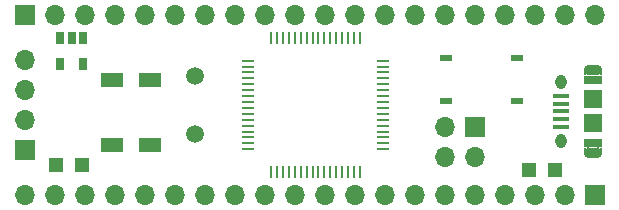
<source format=gts>
G04 #@! TF.FileFunction,Soldermask,Top*
%FSLAX46Y46*%
G04 Gerber Fmt 4.6, Leading zero omitted, Abs format (unit mm)*
G04 Created by KiCad (PCBNEW 4.0.6) date 10/14/17 17:52:06*
%MOMM*%
%LPD*%
G01*
G04 APERTURE LIST*
%ADD10C,0.150000*%
%ADD11R,1.700000X1.700000*%
%ADD12O,1.700000X1.700000*%
%ADD13R,1.000000X0.250000*%
%ADD14R,0.250000X1.000000*%
%ADD15R,1.350000X0.400000*%
%ADD16O,0.950000X1.250000*%
%ADD17O,1.550000X0.900000*%
%ADD18R,1.550000X0.750000*%
%ADD19R,0.200000X0.450000*%
%ADD20R,0.250000X0.200000*%
%ADD21R,1.550000X1.500000*%
%ADD22C,1.500000*%
%ADD23R,0.650000X1.060000*%
%ADD24R,1.000000X0.600000*%
%ADD25R,1.200000X1.200000*%
%ADD26R,1.900000X1.300000*%
G04 APERTURE END LIST*
D10*
D11*
X15240000Y-15240000D03*
D12*
X17780000Y-15240000D03*
X20320000Y-15240000D03*
X22860000Y-15240000D03*
X25400000Y-15240000D03*
X27940000Y-15240000D03*
X30480000Y-15240000D03*
X33020000Y-15240000D03*
X35560000Y-15240000D03*
X38100000Y-15240000D03*
X40640000Y-15240000D03*
X43180000Y-15240000D03*
X45720000Y-15240000D03*
X48260000Y-15240000D03*
X50800000Y-15240000D03*
X53340000Y-15240000D03*
X55880000Y-15240000D03*
X58420000Y-15240000D03*
X60960000Y-15240000D03*
X63500000Y-15240000D03*
D13*
X34152600Y-19110000D03*
X34152600Y-19610000D03*
X34152600Y-20110000D03*
X34152600Y-20610000D03*
X34152600Y-21110000D03*
X34152600Y-21610000D03*
X34152600Y-22110000D03*
X34152600Y-22610000D03*
X34152600Y-23110000D03*
X34152600Y-23610000D03*
X34152600Y-24110000D03*
X34152600Y-24610000D03*
X34152600Y-25110000D03*
X34152600Y-25610000D03*
X34152600Y-26110000D03*
X34152600Y-26610000D03*
D14*
X36102600Y-28560000D03*
X36602600Y-28560000D03*
X37102600Y-28560000D03*
X37602600Y-28560000D03*
X38102600Y-28560000D03*
X38602600Y-28560000D03*
X39102600Y-28560000D03*
X39602600Y-28560000D03*
X40102600Y-28560000D03*
X40602600Y-28560000D03*
X41102600Y-28560000D03*
X41602600Y-28560000D03*
X42102600Y-28560000D03*
X42602600Y-28560000D03*
X43102600Y-28560000D03*
X43602600Y-28560000D03*
D13*
X45552600Y-26610000D03*
X45552600Y-26110000D03*
X45552600Y-25610000D03*
X45552600Y-25110000D03*
X45552600Y-24610000D03*
X45552600Y-24110000D03*
X45552600Y-23610000D03*
X45552600Y-23110000D03*
X45552600Y-22610000D03*
X45552600Y-22110000D03*
X45552600Y-21610000D03*
X45552600Y-21110000D03*
X45552600Y-20610000D03*
X45552600Y-20110000D03*
X45552600Y-19610000D03*
X45552600Y-19110000D03*
D14*
X43602600Y-17160000D03*
X43102600Y-17160000D03*
X42602600Y-17160000D03*
X42102600Y-17160000D03*
X41602600Y-17160000D03*
X41102600Y-17160000D03*
X40602600Y-17160000D03*
X40102600Y-17160000D03*
X39602600Y-17160000D03*
X39102600Y-17160000D03*
X38602600Y-17160000D03*
X38102600Y-17160000D03*
X37602600Y-17160000D03*
X37102600Y-17160000D03*
X36602600Y-17160000D03*
X36102600Y-17160000D03*
D15*
X60647600Y-23393400D03*
X60647600Y-22743400D03*
X60647600Y-22093400D03*
X60647600Y-24043400D03*
X60647600Y-24693400D03*
D16*
X60647600Y-25893400D03*
X60647600Y-20893400D03*
D17*
X63347600Y-26893400D03*
X63347600Y-19893400D03*
D18*
X63347600Y-26068400D03*
D19*
X62672600Y-26668400D03*
D20*
X62897600Y-26543400D03*
X63797600Y-26543400D03*
D19*
X64022600Y-26668400D03*
X62672600Y-20118400D03*
D20*
X62897600Y-20243400D03*
X63797600Y-20243400D03*
D19*
X64022600Y-20118400D03*
D21*
X63347600Y-22393400D03*
X63347600Y-24393400D03*
D18*
X63347600Y-20718400D03*
D22*
X29641800Y-20443800D03*
X29641800Y-25323800D03*
D23*
X20152400Y-17221200D03*
X19202400Y-17221200D03*
X18252400Y-17221200D03*
X18252400Y-19421200D03*
X20152400Y-19421200D03*
D11*
X53340000Y-24765000D03*
D12*
X53340000Y-27305000D03*
X50800000Y-24765000D03*
X50800000Y-27305000D03*
D24*
X56896000Y-18846800D03*
X50896000Y-22546800D03*
X56896000Y-22546800D03*
X50896000Y-18846800D03*
D25*
X17866000Y-27940000D03*
X20066000Y-27940000D03*
D11*
X15240000Y-26670000D03*
D12*
X15240000Y-24130000D03*
X15240000Y-21590000D03*
X15240000Y-19050000D03*
D11*
X63500000Y-30480000D03*
D12*
X60960000Y-30480000D03*
X58420000Y-30480000D03*
X55880000Y-30480000D03*
X53340000Y-30480000D03*
X50800000Y-30480000D03*
X48260000Y-30480000D03*
X45720000Y-30480000D03*
X43180000Y-30480000D03*
X40640000Y-30480000D03*
X38100000Y-30480000D03*
X35560000Y-30480000D03*
X33020000Y-30480000D03*
X30480000Y-30480000D03*
X27940000Y-30480000D03*
X25400000Y-30480000D03*
X22860000Y-30480000D03*
X20320000Y-30480000D03*
X17780000Y-30480000D03*
X15240000Y-30480000D03*
D25*
X57912000Y-28346400D03*
X60112000Y-28346400D03*
D26*
X25806000Y-26251800D03*
X25806000Y-20751800D03*
X22606000Y-20751800D03*
X22606000Y-26251800D03*
M02*

</source>
